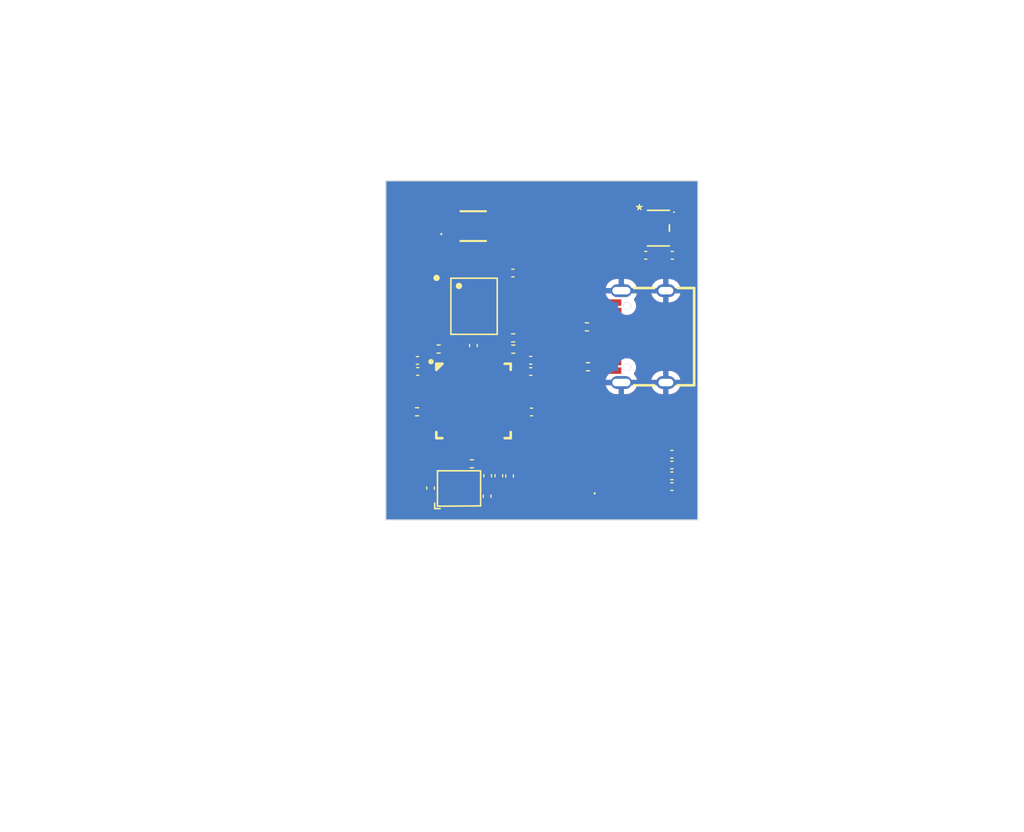
<source format=kicad_pcb>
(kicad_pcb (version 20241229) (generator "pcbnew") (generator_version "9.0")
  (layers (0 "F.Cu" signal) (4 "In1.Cu" mixed) (6 "In2.Cu" mixed) (2 "B.Cu" signal) (13 "F.Paste" user) (15 "B.Paste" user) (5 "F.SilkS" user "F.Silkscreen") (7 "B.SilkS" user "B.Silkscreen") (1 "F.Mask" user) (3 "B.Mask" user) (25 "Edge.Cuts" user))
  (net 0 "")
  (net 1 "dp")
  (net 2 "dm")
  (net 3 "usb_connector-vcc")
  (net 4 "usb_connector-gnd-1")
  (net 5 "sub1")
  (net 6 "cc1")
  (net 7 "sub2")
  (net 8 "cc2")
  (net 9 "power_supply-vcc")
  (net 10 "power_supply.regulator-io")
  (net 11 "nc")
  (net 12 "sda")
  (net 13 "scl")
  (net 14 "sensor.sensor-vcc")
  (net 15 "sensor.sensor-gnd")
  (net 16 "sensor.sensor-vcc-1")
  (net 17 "sensor.sensor-io")
  (net 18 "nc_1")
  (net 19 "pgnd")
  (net 20 "nc_2")
  (net 21 "nc_3")
  (net 22 "nc_4")
  (net 23 "nc_5")
  (net 24 "nc_6")
  (net 25 "mosi")
  (net 26 "miso")
  (net 27 "microcontroller.rp2040-sck")
  (net 28 "microcontroller.rp2040-cs")
  (net 29 "microcontroller.rp2040-cs-1")
  (net 30 "microcontroller.rp2040-sck-1")
  (net 31 "io0")
  (net 32 "io1")
  (net 33 "io2")
  (net 34 "io3")
  (net 35 "tx")
  (net 36 "rx")
  (net 37 "microcontroller.rp2040.micro-vcc")
  (net 38 "xin")
  (net 39 "xout")
  (net 40 "swclk")
  (net 41 "swdio")
  (net 42 "run")
  (net 43 "usb_dm")
  (net 44 "usb_dp")
  (net 45 "gpio0")
  (net 46 "gpio1")
  (net 47 "gpio2")
  (net 48 "gpio3")
  (net 49 "gpio6")
  (net 50 "gpio7")
  (net 51 "gpio12")
  (net 52 "gpio13")
  (net 53 "gpio14")
  (net 54 "gpio15")
  (net 55 "gpio16")
  (net 56 "gpio17")
  (net 57 "gpio18")
  (net 58 "gpio19")
  (net 59 "gpio22")
  (net 60 "gpio23")
  (net 61 "gpio24")
  (net 62 "gpio25")
  (net 63 "gpio26_a0")
  (net 64 "gpio27_a1")
  (net 65 "gpio28_a2")
  (net 66 "gpio29_a3")
  (net 67 "out")
  (footprint "lib:C0402" (layer "F.Cu") (at 152.036787 113.3164)
    (property "Reference" "C6" (hide yes))
    (property "Value" "16V 100nF X7R ±10% 0402 Multilayer Ceramic Capacitors MLCC - SMD/SMT ROHS")
    (fp_line (start -0.107836 -0.36) (end 0.107836 -0.36) (stroke (width 0.12)) (layer "F.SilkS"))
    (fp_line (start -0.107836 0.36) (end 0.107836 0.36) (stroke (width 0.12)) (layer "F.SilkS"))
    (pad "1" smd roundrect (at -0.48 0) (size 0.56 0.62) (layers "F.Cu" "F.Mask" "F.Paste") (net 16 "sensor.sensor-vcc-1"))
    (pad "2" smd roundrect (at 0.48 0) (size 0.56 0.62) (layers "F.Cu" "F.Mask" "F.Paste") (net 15 "sensor.sensor-gnd"))
  )
  (footprint "lib:C0402" (layer "F.Cu") (at 128.094827 104.489951 180)
    (property "Reference" "C11" (hide yes))
    (property "Value" "16V 100nF X7R ±10% 0402 Multilayer Ceramic Capacitors MLCC - SMD/SMT ROHS")
    (fp_line (start -0.107836 0.36) (end 0.107836 0.36) (stroke (width 0.12)) (layer "F.SilkS"))
    (fp_line (start -0.107836 -0.36) (end 0.107836 -0.36) (stroke (width 0.12)) (layer "F.SilkS"))
    (pad "1" smd roundrect (at -0.48 0 180) (size 0.56 0.62) (layers "F.Cu" "F.Mask" "F.Paste") (net 9 "power_supply-vcc"))
    (pad "2" smd roundrect (at 0.48 0 180) (size 0.56 0.62) (layers "F.Cu" "F.Mask" "F.Paste") (net 4 "usb_connector-gnd-1"))
  )
  (footprint "lib:LQFN-56_L7.0-W7.0-P0.4-EP" (layer "F.Cu") (at 133.372673 108.303928)
    (property "Reference" "U4" (hide yes))
    (property "Value" "?")
    (fp_line (start -3.5 -3.5) (end -2.93 -3.5) (stroke (width 0.25)) (layer "F.SilkS"))
    (fp_line (start -3.5 -2.93) (end -3.5 -3.5) (stroke (width 0.25)) (layer "F.SilkS"))
    (fp_line (start -3.5 -2.93) (end -2.93 -3.5) (stroke (width 0.25)) (layer "F.SilkS"))
    (fp_line (start -3.5 3.5) (end -3.5 2.93) (stroke (width 0.25)) (layer "F.SilkS"))
    (fp_line (start -3.4 3.5) (end -3.5 3.5) (stroke (width 0.25)) (layer "F.SilkS"))
    (fp_line (start -3.24 -3.5) (end -3.24 -3.4) (stroke (width 0.25)) (layer "F.SilkS"))
    (fp_line (start -3.24 -3.4) (end -3.5 -3.14) (stroke (width 0.25)) (layer "F.SilkS"))
    (fp_line (start -2.93 3.5) (end -3.4 3.5) (stroke (width 0.25)) (layer "F.SilkS"))
    (fp_line (start 2.93 -3.5) (end 3.5 -3.5) (stroke (width 0.25)) (layer "F.SilkS"))
    (fp_line (start 3.5 -3.5) (end 3.5 -2.93) (stroke (width 0.25)) (layer "F.SilkS"))
    (fp_line (start 3.5 2.93) (end 3.5 3.5) (stroke (width 0.25)) (layer "F.SilkS"))
    (fp_line (start 3.5 3.5) (end 2.93 3.5) (stroke (width 0.25)) (layer "F.SilkS"))
    (fp_circle (center -4 -3.7) (end -3.87 -3.7) (stroke (width 0.25)) (fill no) (layer "F.SilkS"))
    (pad "1" smd rect (at -3.55 -2.6) (size 1.1 0.2) (layers "F.Cu" "F.Mask" "F.Paste") (net 9 "power_supply-vcc"))
    (pad "2" smd rect (at -3.55 -2.2) (size 1.1 0.2) (layers "F.Cu" "F.Mask" "F.Paste") (net 45 "gpio0"))
    (pad "3" smd rect (at -3.55 -1.8) (size 1.1 0.2) (layers "F.Cu" "F.Mask" "F.Paste") (net 46 "gpio1"))
    (pad "4" smd rect (at -3.55 -1.4) (size 1.1 0.2) (layers "F.Cu" "F.Mask" "F.Paste") (net 47 "gpio2"))
    (pad "5" smd rect (at -3.55 -1) (size 1.1 0.2) (layers "F.Cu" "F.Mask" "F.Paste") (net 48 "gpio3"))
    (pad "6" smd rect (at -3.55 -0.6) (size 1.1 0.2) (layers "F.Cu" "F.Mask" "F.Paste") (net 35 "tx"))
    (pad "7" smd rect (at -3.55 -0.2) (size 1.1 0.2) (layers "F.Cu" "F.Mask" "F.Paste") (net 36 "rx"))
    (pad "8" smd rect (at -3.55 0.2) (size 1.1 0.2) (layers "F.Cu" "F.Mask" "F.Paste") (net 49 "gpio6"))
    (pad "9" smd rect (at -3.55 0.6) (size 1.1 0.2) (layers "F.Cu" "F.Mask" "F.Paste") (net 50 "gpio7"))
    (pad "10" smd rect (at -3.55 1) (size 1.1 0.2) (layers "F.Cu" "F.Mask" "F.Paste") (net 9 "power_supply-vcc"))
    (pad "11" smd rect (at -3.55 1.4) (size 1.1 0.2) (layers "F.Cu" "F.Mask" "F.Paste") (net 26 "miso"))
    (pad "12" smd rect (at -3.55 1.8) (size 1.1 0.2) (layers "F.Cu" "F.Mask" "F.Paste") (net 28 "microcontroller.rp2040-cs"))
    (pad "13" smd rect (at -3.55 2.2) (size 1.1 0.2) (layers "F.Cu" "F.Mask" "F.Paste") (net 27 "microcontroller.rp2040-sck"))
    (pad "14" smd rect (at -3.55 2.6) (size 1.1 0.2) (layers "F.Cu" "F.Mask" "F.Paste") (net 25 "mosi"))
    (pad "15" smd rect (at -2.6 3.55 90) (size 1.1 0.2) (layers "F.Cu" "F.Mask" "F.Paste") (net 51 "gpio12"))
    (pad "16" smd rect (at -2.2 3.55 90) (size 1.1 0.2) (layers "F.Cu" "F.Mask" "F.Paste") (net 52 "gpio13"))
    (pad "17" smd rect (at -1.8 3.55 90) (size 1.1 0.2) (layers "F.Cu" "F.Mask" "F.Paste") (net 53 "gpio14"))
    (pad "18" smd rect (at -1.4 3.55 90) (size 1.1 0.2) (layers "F.Cu" "F.Mask" "F.Paste") (net 54 "gpio15"))
    (pad "19" smd rect (at -1 3.55 90) (size 1.1 0.2) (layers "F.Cu" "F.Mask" "F.Paste") (net 4 "usb_connector-gnd-1"))
    (pad "20" smd rect (at -0.6 3.55 90) (size 1.1 0.2) (layers "F.Cu" "F.Mask" "F.Paste") (net 38 "xin"))
    (pad "21" smd rect (at -0.2 3.55 90) (size 1.1 0.2) (layers "F.Cu" "F.Mask" "F.Paste") (net 39 "xout"))
    (pad "22" smd rect (at 0.2 3.55 90) (size 1.1 0.2) (layers "F.Cu" "F.Mask" "F.Paste") (net 9 "power_supply-vcc"))
    (pad "23" smd rect (at 0.6 3.55 90) (size 1.1 0.2) (layers "F.Cu" "F.Mask" "F.Paste") (net 37 "microcontroller.rp2040.micro-vcc"))
    (pad "24" smd rect (at 1 3.55 90) (size 1.1 0.2) (layers "F.Cu" "F.Mask" "F.Paste") (net 40 "swclk"))
    (pad "25" smd rect (at 1.4 3.55 90) (size 1.1 0.2) (layers "F.Cu" "F.Mask" "F.Paste") (net 41 "swdio"))
    (pad "26" smd rect (at 1.8 3.55 90) (size 1.1 0.2) (layers "F.Cu" "F.Mask" "F.Paste") (net 42 "run"))
    (pad "27" smd rect (at 2.2 3.55 90) (size 1.1 0.2) (layers "F.Cu" "F.Mask" "F.Paste") (net 55 "gpio16"))
    (pad "28" smd rect (at 2.6 3.55 90) (size 1.1 0.2) (layers "F.Cu" "F.Mask" "F.Paste") (net 56 "gpio17"))
    (pad "29" smd rect (at 3.55 2.6 180) (size 1.1 0.2) (layers "F.Cu" "F.Mask" "F.Paste") (net 57 "gpio18"))
    (pad "30" smd rect (at 3.55 2.2 180) (size 1.1 0.2) (layers "F.Cu" "F.Mask" "F.Paste") (net 58 "gpio19"))
    (pad "31" smd rect (at 3.55 1.8 180) (size 1.1 0.2) (layers "F.Cu" "F.Mask" "F.Paste") (net 12 "sda"))
    (pad "32" smd rect (at 3.55 1.4 180) (size 1.1 0.2) (layers "F.Cu" "F.Mask" "F.Paste") (net 13 "scl"))
    (pad "33" smd rect (at 3.55 1 180) (size 1.1 0.2) (layers "F.Cu" "F.Mask" "F.Paste") (net 9 "power_supply-vcc"))
    (pad "34" smd rect (at 3.55 0.6 180) (size 1.1 0.2) (layers "F.Cu" "F.Mask" "F.Paste") (net 59 "gpio22"))
    (pad "35" smd rect (at 3.55 0.2 180) (size 1.1 0.2) (layers "F.Cu" "F.Mask" "F.Paste") (net 60 "gpio23"))
    (pad "36" smd rect (at 3.55 -0.2 180) (size 1.1 0.2) (layers "F.Cu" "F.Mask" "F.Paste") (net 61 "gpio24"))
    (pad "37" smd rect (at 3.55 -0.6 180) (size 1.1 0.2) (layers "F.Cu" "F.Mask" "F.Paste") (net 62 "gpio25"))
    (pad "38" smd rect (at 3.55 -1 180) (size 1.1 0.2) (layers "F.Cu" "F.Mask" "F.Paste") (net 63 "gpio26_a0"))
    (pad "39" smd rect (at 3.55 -1.4 180) (size 1.1 0.2) (layers "F.Cu" "F.Mask" "F.Paste") (net 64 "gpio27_a1"))
    (pad "40" smd rect (at 3.55 -1.8 180) (size 1.1 0.2) (layers "F.Cu" "F.Mask" "F.Paste") (net 65 "gpio28_a2"))
    (pad "41" smd rect (at 3.55 -2.2 180) (size 1.1 0.2) (layers "F.Cu" "F.Mask" "F.Paste") (net 66 "gpio29_a3"))
    (pad "42" smd rect (at 3.55 -2.6 180) (size 1.1 0.2) (layers "F.Cu" "F.Mask" "F.Paste") (net 9 "power_supply-vcc"))
    (pad "43" smd rect (at 2.6 -3.55 270) (size 1.1 0.2) (layers "F.Cu" "F.Mask" "F.Paste") (net 9 "power_supply-vcc"))
    (pad "44" smd rect (at 2.2 -3.55 270) (size 1.1 0.2) (layers "F.Cu" "F.Mask" "F.Paste") (net 9 "power_supply-vcc"))
    (pad "45" smd rect (at 1.8 -3.55 270) (size 1.1 0.2) (layers "F.Cu" "F.Mask" "F.Paste") (net 37 "microcontroller.rp2040.micro-vcc"))
    (pad "46" smd rect (at 1.4 -3.55 270) (size 1.1 0.2) (layers "F.Cu" "F.Mask" "F.Paste") (net 43 "usb_dm"))
    (pad "47" smd rect (at 1 -3.55 270) (size 1.1 0.2) (layers "F.Cu" "F.Mask" "F.Paste") (net 44 "usb_dp"))
    (pad "48" smd rect (at 0.6 -3.55 270) (size 1.1 0.2) (layers "F.Cu" "F.Mask" "F.Paste") (net 9 "power_supply-vcc"))
    (pad "49" smd rect (at 0.2 -3.55 270) (size 1.1 0.2) (layers "F.Cu" "F.Mask" "F.Paste") (net 9 "power_supply-vcc"))
    (pad "50" smd rect (at -0.2 -3.55 270) (size 1.1 0.2) (layers "F.Cu" "F.Mask" "F.Paste") (net 37 "microcontroller.rp2040.micro-vcc"))
    (pad "51" smd rect (at -0.6 -3.55 270) (size 1.1 0.2) (layers "F.Cu" "F.Mask" "F.Paste") (net 34 "io3"))
    (pad "52" smd rect (at -1 -3.55 270) (size 1.1 0.2) (layers "F.Cu" "F.Mask" "F.Paste") (net 30 "microcontroller.rp2040-sck-1"))
    (pad "53" smd rect (at -1.4 -3.55 270) (size 1.1 0.2) (layers "F.Cu" "F.Mask" "F.Paste") (net 31 "io0"))
    (pad "54" smd rect (at -1.8 -3.55 270) (size 1.1 0.2) (layers "F.Cu" "F.Mask" "F.Paste") (net 33 "io2"))
    (pad "55" smd rect (at -2.2 -3.55 270) (size 1.1 0.2) (layers "F.Cu" "F.Mask" "F.Paste") (net 32 "io1"))
    (pad "56" smd rect (at -2.6 -3.55 270) (size 1.1 0.2) (layers "F.Cu" "F.Mask" "F.Paste") (net 29 "microcontroller.rp2040-cs-1"))
    (pad "57" smd rect (at 0 0) (size 3.1 3.1) (layers "F.Cu" "F.Mask" "F.Paste") (net 4 "usb_connector-gnd-1"))
  )
  (footprint "lib:C0402" (layer "F.Cu") (at 152.036787 116.3644)
    (property "Reference" "C3" (hide yes))
    (property "Value" "6.3V 10uF X5R ±20% 0402 Multilayer Ceramic Capacitors MLCC - SMD/SMT ROHS")
    (fp_line (start -0.107836 -0.36) (end 0.107836 -0.36) (stroke (width 0.12)) (layer "F.SilkS"))
    (fp_line (start -0.107836 0.36) (end 0.107836 0.36) (stroke (width 0.12)) (layer "F.SilkS"))
    (pad "1" smd roundrect (at -0.48 0) (size 0.56 0.62) (layers "F.Cu" "F.Mask" "F.Paste") (net 14 "sensor.sensor-vcc"))
    (pad "2" smd roundrect (at 0.48 0) (size 0.56 0.62) (layers "F.Cu" "F.Mask" "F.Paste") (net 15 "sensor.sensor-gnd"))
  )
  (footprint "lib:C0402" (layer "F.Cu") (at 129.328651 116.502258 90)
    (property "Reference" "C7" (hide yes))
    (property "Value" "50V 22pF C0G ±5% 0402 Multilayer Ceramic Capacitors MLCC - SMD/SMT ROHS")
    (fp_line (start -0.107836 -0.36) (end 0.107836 -0.36) (stroke (width 0.12)) (layer "F.SilkS"))
    (fp_line (start -0.107836 0.36) (end 0.107836 0.36) (stroke (width 0.12)) (layer "F.SilkS"))
    (pad "1" smd roundrect (at -0.48 0 90) (size 0.56 0.62) (layers "F.Cu" "F.Mask" "F.Paste") (net 38 "xin"))
    (pad "2" smd roundrect (at 0.48 0 90) (size 0.56 0.62) (layers "F.Cu" "F.Mask" "F.Paste") (net 4 "usb_connector-gnd-1"))
  )
  (footprint "lib:SOIC-8_L5.3-W5.3-P1.27-LS8.0-BL" (layer "F.Cu") (at 133.422987 99.395 -90)
    (property "Reference" "U7" (hide yes))
    (property "Value" "?")
    (fp_line (start -2.64 2.18) (end -2.64 -2.18) (stroke (width 0.15)) (layer "F.SilkS"))
    (fp_line (start 2.64 2.18) (end -2.64 2.18) (stroke (width 0.15)) (layer "F.SilkS"))
    (fp_line (start -2.64 -2.18) (end 2.64 -2.18) (stroke (width 0.15)) (layer "F.SilkS"))
    (fp_line (start 2.64 -2.18) (end 2.64 2.18) (stroke (width 0.15)) (layer "F.SilkS"))
    (fp_circle (center -2.67 3.53) (end -2.52 3.53) (stroke (width 0.3)) (fill no) (layer "F.SilkS"))
    (fp_circle (center -1.91 1.42) (end -1.76 1.42) (stroke (width 0.3)) (fill no) (layer "F.SilkS"))
    (pad "1" smd oval (at -1.91 3.53 270) (size 0.63 2.25) (layers "F.Cu" "F.Mask" "F.Paste") (net 29 "microcontroller.rp2040-cs-1"))
    (pad "2" smd oval (at -0.63 3.53 270) (size 0.63 2.25) (layers "F.Cu" "F.Mask" "F.Paste") (net 32 "io1"))
    (pad "3" smd oval (at 0.63 3.53 270) (size 0.63 2.25) (layers "F.Cu" "F.Mask" "F.Paste") (net 33 "io2"))
    (pad "4" smd oval (at 1.9 3.53 270) (size 0.63 2.25) (layers "F.Cu" "F.Mask" "F.Paste") (net 4 "usb_connector-gnd-1"))
    (pad "5" smd oval (at 1.9 -3.53 270) (size 0.63 2.25) (layers "F.Cu" "F.Mask" "F.Paste") (net 31 "io0"))
    (pad "6" smd oval (at 0.63 -3.53 270) (size 0.63 2.25) (layers "F.Cu" "F.Mask" "F.Paste") (net 30 "microcontroller.rp2040-sck-1"))
    (pad "7" smd oval (at -0.63 -3.53 270) (size 0.63 2.25) (layers "F.Cu" "F.Mask" "F.Paste") (net 34 "io3"))
    (pad "8" smd oval (at -1.91 -3.53 270) (size 0.63 2.25) (layers "F.Cu" "F.Mask" "F.Paste") (net 9 "power_supply-vcc"))
  )
  (footprint "lib:R0402" (layer "F.Cu") (at 128.065642 109.323056 180)
    (property "Reference" "R3" (hide yes))
    (property "Value" "62.5mW Thick Film Resistors 50V ±100ppm/℃ ±1% 10kΩ 0402 Chip Resistor - Surface Mount ROHS")
    (fp_line (start -0.153641 0.38) (end 0.153641 0.38) (stroke (width 0.12)) (layer "F.SilkS"))
    (fp_line (start -0.153641 -0.38) (end 0.153641 -0.38) (stroke (width 0.12)) (layer "F.SilkS"))
    (pad "1" smd roundrect (at -0.51 0 180) (size 0.54 0.64) (layers "F.Cu" "F.Mask" "F.Paste") (net 9 "power_supply-vcc"))
    (pad "2" smd roundrect (at 0.51 0 180) (size 0.54 0.64) (layers "F.Cu" "F.Mask" "F.Paste") (net 42 "run"))
  )
  (footprint "lib:C0402" (layer "F.Cu") (at 134.652772 117.272187 -90)
    (property "Reference" "C8" (hide yes))
    (property "Value" "50V 22pF C0G ±5% 0402 Multilayer Ceramic Capacitors MLCC - SMD/SMT ROHS")
    (fp_line (start -0.107836 0.36) (end 0.107836 0.36) (stroke (width 0.12)) (layer "F.SilkS"))
    (fp_line (start -0.107836 -0.36) (end 0.107836 -0.36) (stroke (width 0.12)) (layer "F.SilkS"))
    (pad "1" smd roundrect (at -0.48 0 270) (size 0.56 0.62) (layers "F.Cu" "F.Mask" "F.Paste") (net 67 "out"))
    (pad "2" smd roundrect (at 0.48 0 270) (size 0.56 0.62) (layers "F.Cu" "F.Mask" "F.Paste") (net 4 "usb_connector-gnd-1"))
  )
  (footprint "lib:KMR211NGLFS" (layer "F.Cu") (at 133.345173 91.853928 180)
    (property "Reference" "U5" (hide yes))
    (property "Value" "KMR211NGLFS (Tactile Switches)" (hide yes))
    (fp_line (start 3 -0.7) (end 3 -0.7) (stroke (width 0.1)) (layer "F.SilkS"))
    (fp_line (start 3 -0.8) (end 3 -0.8) (stroke (width 0.1)) (layer "F.SilkS"))
    (fp_line (start -1.2 1.4) (end 1.2 1.4) (stroke (width 0.2)) (layer "F.SilkS"))
    (fp_line (start -1.2 -1.4) (end 1.2 -1.4) (stroke (width 0.2)) (layer "F.SilkS"))
    (fp_arc (start 3 -0.7) (mid 2.95 -0.75) (end 3 -0.8) (stroke (width 0.1)) (layer "F.SilkS"))
    (fp_arc (start 3 -0.8) (mid 3.05 -0.75) (end 3 -0.7) (stroke (width 0.1)) (layer "F.SilkS"))
    (pad "1" smd rect (at 2.05 -0.8 180) (size 0.9 1) (layers "F.Cu" "F.Mask" "F.Paste") (net 4 "usb_connector-gnd-1"))
    (pad "2" smd rect (at 2.05 0.8 180) (size 0.9 1) (layers "F.Cu" "F.Mask" "F.Paste") (net 29 "microcontroller.rp2040-cs-1"))
    (pad "3" smd rect (at -2.05 0.8 180) (size 0.9 1) (layers "F.Cu" "F.Mask" "F.Paste") (net 29 "microcontroller.rp2040-cs-1"))
    (pad "4" smd rect (at -2.05 -0.8 180) (size 0.9 1) (layers "F.Cu" "F.Mask" "F.Paste") (net 4 "usb_connector-gnd-1"))
  )
  (footprint "lib:R0402" (layer "F.Cu") (at 130.087277 103.418139)
    (property "Reference" "R4" (hide yes))
    (property "Value" "62.5mW Thick Film Resistors 50V ±100ppm/℃ ±1% 10kΩ 0402 Chip Resistor - Surface Mount ROHS")
    (fp_line (start -0.153641 -0.38) (end 0.153641 -0.38) (stroke (width 0.12)) (layer "F.SilkS"))
    (fp_line (start -0.153641 0.38) (end 0.153641 0.38) (stroke (width 0.12)) (layer "F.SilkS"))
    (pad "1" smd roundrect (at -0.51 0) (size 0.54 0.64) (layers "F.Cu" "F.Mask" "F.Paste") (net 9 "power_supply-vcc"))
    (pad "2" smd roundrect (at 0.51 0) (size 0.54 0.64) (layers "F.Cu" "F.Mask" "F.Paste") (net 29 "microcontroller.rp2040-cs-1"))
  )
  (footprint "lib:C0402" (layer "F.Cu") (at 152.036787 115.3484)
    (property "Reference" "C4" (hide yes))
    (property "Value" "16V 100nF X7R ±10% 0402 Multilayer Ceramic Capacitors MLCC - SMD/SMT ROHS")
    (fp_line (start -0.107836 -0.36) (end 0.107836 -0.36) (stroke (width 0.12)) (layer "F.SilkS"))
    (fp_line (start -0.107836 0.36) (end 0.107836 0.36) (stroke (width 0.12)) (layer "F.SilkS"))
    (pad "1" smd roundrect (at -0.48 0) (size 0.56 0.62) (layers "F.Cu" "F.Mask" "F.Paste") (net 14 "sensor.sensor-vcc"))
    (pad "2" smd roundrect (at 0.48 0) (size 0.56 0.62) (layers "F.Cu" "F.Mask" "F.Paste") (net 15 "sensor.sensor-gnd"))
  )
  (footprint "lib:C0402" (layer "F.Cu") (at 128.122863 105.528677 180)
    (property "Reference" "C12" (hide yes))
    (property "Value" "16V 100nF X7R ±10% 0402 Multilayer Ceramic Capacitors MLCC - SMD/SMT ROHS")
    (fp_line (start -0.107836 0.36) (end 0.107836 0.36) (stroke (width 0.12)) (layer "F.SilkS"))
    (fp_line (start -0.107836 -0.36) (end 0.107836 -0.36) (stroke (width 0.12)) (layer "F.SilkS"))
    (pad "1" smd roundrect (at -0.48 0 180) (size 0.56 0.62) (layers "F.Cu" "F.Mask" "F.Paste") (net 9 "power_supply-vcc"))
    (pad "2" smd roundrect (at 0.48 0 180) (size 0.56 0.62) (layers "F.Cu" "F.Mask" "F.Paste") (net 4 "usb_connector-gnd-1"))
  )
  (footprint "lib:C0402" (layer "F.Cu") (at 138.754902 104.478411)
    (property "Reference" "C16" (hide yes))
    (property "Value" "16V 100nF X7R ±10% 0402 Multilayer Ceramic Capacitors MLCC - SMD/SMT ROHS")
    (fp_line (start -0.107836 -0.36) (end 0.107836 -0.36) (stroke (width 0.12)) (layer "F.SilkS"))
    (fp_line (start -0.107836 0.36) (end 0.107836 0.36) (stroke (width 0.12)) (layer "F.SilkS"))
    (pad "1" smd roundrect (at -0.48 0) (size 0.56 0.62) (layers "F.Cu" "F.Mask" "F.Paste") (net 37 "microcontroller.rp2040.micro-vcc"))
    (pad "2" smd roundrect (at 0.48 0) (size 0.56 0.62) (layers "F.Cu" "F.Mask" "F.Paste") (net 4 "usb_connector-gnd-1"))
  )
  (footprint "lib:MAX30102EFDT" (layer "F.Cu") (at 147.172987 114.745 90)
    (property "Reference" "U3" (hide yes))
    (property "Value" "?" (hide yes))
    (fp_line (start -2.2 -2.4) (end -2.2 -2.4) (stroke (width 0.1)) (layer "F.SilkS"))
    (fp_line (start -2.3 -2.4) (end -2.3 -2.4) (stroke (width 0.1)) (layer "F.SilkS"))
    (fp_arc (start -2.2 -2.4) (mid -2.25 -2.35) (end -2.3 -2.4) (stroke (width 0.1)) (layer "F.SilkS"))
    (fp_arc (start -2.3 -2.4) (mid -2.25 -2.45) (end -2.2 -2.4) (stroke (width 0.1)) (layer "F.SilkS"))
    (pad "1" smd rect (at -1.2 -2.4 180) (size 0.35 0.75) (layers "F.Cu" "F.Mask" "F.Paste") (net 18 "nc_1"))
    (pad "2" smd rect (at -1.2 -1.6 180) (size 0.35 0.75) (layers "F.Cu" "F.Mask" "F.Paste") (net 13 "scl"))
    (pad "3" smd rect (at -1.2 -0.8 180) (size 0.35 0.75) (layers "F.Cu" "F.Mask" "F.Paste") (net 12 "sda"))
    (pad "4" smd rect (at -1.2 0 180) (size 0.35 0.75) (layers "F.Cu" "F.Mask" "F.Paste") (net 19 "pgnd"))
    (pad "5" smd rect (at -1.2 0.8 180) (size 0.35 0.75) (layers "F.Cu" "F.Mask" "F.Paste") (net 20 "nc_2"))
    (pad "6" smd rect (at -1.2 1.6 180) (size 0.35 0.75) (layers "F.Cu" "F.Mask" "F.Paste") (net 21 "nc_3"))
    (pad "7" smd rect (at -1.2 2.4 180) (size 0.35 0.75) (layers "F.Cu" "F.Mask" "F.Paste") (net 22 "nc_4"))
    (pad "8" smd rect (at 1.2 2.4 180) (size 0.35 0.75) (layers "F.Cu" "F.Mask" "F.Paste") (net 23 "nc_5"))
    (pad "9" smd rect (at 1.2 1.6 180) (size 0.35 0.75) (layers "F.Cu" "F.Mask" "F.Paste") (net 16 "sensor.sensor-vcc-1"))
    (pad "10" smd rect (at 1.2 0.8 180) (size 0.35 0.75) (layers "F.Cu" "F.Mask" "F.Paste") (net 16 "sensor.sensor-vcc-1"))
    (pad "11" smd rect (at 1.2 0 180) (size 0.35 0.75) (layers "F.Cu" "F.Mask" "F.Paste") (net 14 "sensor.sensor-vcc"))
    (pad "12" smd rect (at 1.2 -0.8 180) (size 0.35 0.75) (layers "F.Cu" "F.Mask" "F.Paste") (net 15 "sensor.sensor-gnd"))
    (pad "13" smd rect (at 1.2 -1.6 180) (size 0.35 0.75) (layers "F.Cu" "F.Mask" "F.Paste") (net 17 "sensor.sensor-io"))
    (pad "14" smd rect (at 1.2 -2.4 180) (size 0.35 0.75) (layers "F.Cu" "F.Mask" "F.Paste") (net 24 "nc_6"))
  )
  (footprint "lib:SOT-23-5_RIT" (layer "F.Cu") (at 150.772987 92.045)
    (property "Reference" "U2" (hide yes))
    (property "Value" "?")
    (fp_line (start -1.0287 1.6764) (end 1.0287 1.6764) (stroke (width 0.1524)) (layer "F.SilkS"))
    (fp_line (start 1.0287 -1.6764) (end -1.0287 -1.6764) (stroke (width 0.1524)) (layer "F.SilkS"))
    (fp_line (start 1.0287 0.30196) (end 1.0287 -0.30196) (stroke (width 0.1524)) (layer "F.SilkS"))
    (fp_line (start 1.5 -1.5) (end 1.43 -1.5) (stroke (width 0.127)) (layer "F.SilkS"))
    (fp_text user "*" (at -1.7994 -1.6446 0) (layer "F.SilkS"))
    (pad "1" smd rect (at -1.1938 -0.9395) (size 1.3208 0.6096) (layers "F.Cu" "F.Mask" "F.Paste") (net 3 "usb_connector-vcc"))
    (pad "2" smd rect (at -1.1938 0) (size 1.3208 0.6096) (layers "F.Cu" "F.Mask" "F.Paste") (net 4 "usb_connector-gnd-1"))
    (pad "3" smd rect (at -1.1938 0.9395) (size 1.3208 0.6096) (layers "F.Cu" "F.Mask" "F.Paste") (net 10 "power_supply.regulator-io"))
    (pad "4" smd rect (at 1.1938 0.9395) (size 1.3208 0.6096) (layers "F.Cu" "F.Mask" "F.Paste") (net 11 "nc"))
    (pad "5" smd rect (at 1.1938 -0.9395) (size 1.3208 0.6096) (layers "F.Cu" "F.Mask" "F.Paste") (net 9 "power_supply-vcc"))
  )
  (footprint "lib:C0402" (layer "F.Cu") (at 133.361575 103.093987 90)
    (property "Reference" "C15" (hide yes))
    (property "Value" "16V 100nF X7R ±10% 0402 Multilayer Ceramic Capacitors MLCC - SMD/SMT ROHS")
    (fp_line (start -0.107836 -0.36) (end 0.107836 -0.36) (stroke (width 0.12)) (layer "F.SilkS"))
    (fp_line (start -0.107836 0.36) (end 0.107836 0.36) (stroke (width 0.12)) (layer "F.SilkS"))
    (pad "1" smd roundrect (at -0.48 0 90) (size 0.56 0.62) (layers "F.Cu" "F.Mask" "F.Paste") (net 37 "microcontroller.rp2040.micro-vcc"))
    (pad "2" smd roundrect (at 0.48 0 90) (size 0.56 0.62) (layers "F.Cu" "F.Mask" "F.Paste") (net 4 "usb_connector-gnd-1"))
  )
  (footprint "lib:C0402" (layer "F.Cu") (at 134.705167 115.340046 -90)
    (property "Reference" "C9" (hide yes))
    (property "Value" "16V 100nF X7R ±10% 0402 Multilayer Ceramic Capacitors MLCC - SMD/SMT ROHS")
    (fp_line (start -0.107836 0.36) (end 0.107836 0.36) (stroke (width 0.12)) (layer "F.SilkS"))
    (fp_line (start -0.107836 -0.36) (end 0.107836 -0.36) (stroke (width 0.12)) (layer "F.SilkS"))
    (pad "1" smd roundrect (at -0.48 0 270) (size 0.56 0.62) (layers "F.Cu" "F.Mask" "F.Paste") (net 9 "power_supply-vcc"))
    (pad "2" smd roundrect (at 0.48 0 270) (size 0.56 0.62) (layers "F.Cu" "F.Mask" "F.Paste") (net 4 "usb_connector-gnd-1"))
  )
  (footprint "lib:C0402" (layer "F.Cu") (at 138.754902 105.535151)
    (property "Reference" "C10" (hide yes))
    (property "Value" "16V 100nF X7R ±10% 0402 Multilayer Ceramic Capacitors MLCC - SMD/SMT ROHS")
    (fp_line (start -0.107836 -0.36) (end 0.107836 -0.36) (stroke (width 0.12)) (layer "F.SilkS"))
    (fp_line (start -0.107836 0.36) (end 0.107836 0.36) (stroke (width 0.12)) (layer "F.SilkS"))
    (pad "1" smd roundrect (at -0.48 0) (size 0.56 0.62) (layers "F.Cu" "F.Mask" "F.Paste") (net 9 "power_supply-vcc"))
    (pad "2" smd roundrect (at 0.48 0) (size 0.56 0.62) (layers "F.Cu" "F.Mask" "F.Paste") (net 4 "usb_connector-gnd-1"))
  )
  (footprint "lib:C0402" (layer "F.Cu") (at 152.073587 94.6004 180)
    (property "Reference" "C1" (hide yes))
    (property "Value" "25V 1uF X5R ±10% 0402 Multilayer Ceramic Capacitors MLCC - SMD/SMT ROHS")
    (fp_line (start -0.107836 0.36) (end 0.107836 0.36) (stroke (width 0.12)) (layer "F.SilkS"))
    (fp_line (start -0.107836 -0.36) (end 0.107836 -0.36) (stroke (width 0.12)) (layer "F.SilkS"))
    (pad "1" smd roundrect (at -0.48 0 180) (size 0.56 0.62) (layers "F.Cu" "F.Mask" "F.Paste") (net 3 "usb_connector-vcc"))
    (pad "2" smd roundrect (at 0.48 0 180) (size 0.56 0.62) (layers "F.Cu" "F.Mask" "F.Paste") (net 4 "usb_connector-gnd-1"))
  )
  (footprint "lib:OSC-SMD_4P-L3.2-W2.5-BL" (layer "F.Cu") (at 132.009707 116.525487)
    (property "Reference" "U6" (hide yes))
    (property "Value" "?")
    (fp_line (start -2.29 1.4) (end -2.29 1.91) (stroke (width 0.15)) (layer "F.SilkS"))
    (fp_line (start -2.29 1.91) (end -1.78 1.91) (stroke (width 0.15)) (layer "F.SilkS"))
    (fp_line (start -2.03 -1.65) (end 2.03 -1.65) (stroke (width 0.15)) (layer "F.SilkS"))
    (fp_line (start -2.03 1.68) (end -2.03 -1.65) (stroke (width 0.15)) (layer "F.SilkS"))
    (fp_line (start 2.03 -1.65) (end 2.03 0) (stroke (width 0.15)) (layer "F.SilkS"))
    (fp_line (start 2.03 0) (end 2.03 1.65) (stroke (width 0.15)) (layer "F.SilkS"))
    (fp_line (start 2.03 1.65) (end -2.03 1.68) (stroke (width 0.15)) (layer "F.SilkS"))
    (fp_line (start 2.03 1.65) (end 2.03 1.65) (stroke (width 0.15)) (layer "F.SilkS"))
    (pad "1" smd rect (at -1.1 0.88) (size 1.4 1.2) (layers "F.Cu" "F.Mask" "F.Paste") (net 38 "xin"))
    (pad "2" smd rect (at 1.1 0.88) (size 1.4 1.2) (layers "F.Cu" "F.Mask" "F.Paste") (net 4 "usb_connector-gnd-1"))
    (pad "3" smd rect (at 1.1 -0.88) (size 1.4 1.2) (layers "F.Cu" "F.Mask" "F.Paste") (net 67 "out"))
    (pad "4" smd rect (at -1.1 -0.88) (size 1.4 1.2) (layers "F.Cu" "F.Mask" "F.Paste") (net 4 "usb_connector-gnd-1"))
  )
  (footprint "lib:C0402" (layer "F.Cu") (at 152.036787 114.3324)
    (property "Reference" "C5" (hide yes))
    (property "Value" "10V 4.7uF X5R ±20% 0402 Multilayer Ceramic Capacitors MLCC - SMD/SMT ROHS")
    (fp_line (start -0.107836 -0.36) (end 0.107836 -0.36) (stroke (width 0.12)) (layer "F.SilkS"))
    (fp_line (start -0.107836 0.36) (end 0.107836 0.36) (stroke (width 0.12)) (layer "F.SilkS"))
    (pad "1" smd roundrect (at -0.48 0) (size 0.56 0.62) (layers "F.Cu" "F.Mask" "F.Paste") (net 16 "sensor.sensor-vcc-1"))
    (pad "2" smd roundrect (at 0.48 0) (size 0.56 0.62) (layers "F.Cu" "F.Mask" "F.Paste") (net 15 "sensor.sensor-gnd"))
  )
  (footprint "lib:USB-C-SMD_KH-TYPE-C-16P" (layer "F.Cu") (at 149.05 102.25 90)
    (property "Reference" "U1" (hide yes))
    (property "Value" "?")
    (fp_line (start -4.58 -0.57) (end -4.58 1.32) (stroke (width 0.25)) (layer "F.SilkS"))
    (fp_line (start 4.57 1.32) (end 4.57 -0.57) (stroke (width 0.25)) (layer "F.SilkS"))
    (fp_line (start -4.58 3.51) (end -4.58 5.08) (stroke (width 0.25)) (layer "F.SilkS"))
    (fp_line (start 4.57 5.08) (end 4.57 3.51) (stroke (width 0.25)) (layer "F.SilkS"))
    (fp_line (start -4.58 5.08) (end 4.57 5.08) (stroke (width 0.25)) (layer "F.SilkS"))
    (pad "" thru_hole circle (at -2.89 -1.23 90) (size 0.7 0.7) (drill 0.7) (layers "*.Cu" "*.Mask"))
    (pad "" thru_hole circle (at 2.89 -1.23 90) (size 0.7 0.7) (drill 0.7) (layers "*.Cu" "*.Mask"))
    (pad "1" thru_hole oval (at -4.32 -1.77 90) (size 1.2 2) (drill oval 0.700024 1.699997) (layers "*.Cu" "*.Mask") (net 4 "usb_connector-gnd-1"))
    (pad "2" thru_hole oval (at 4.32 -1.77 90) (size 1.2 2) (drill oval 0.700024 1.699997) (layers "*.Cu" "*.Mask") (net 4 "usb_connector-gnd-1"))
    (pad "3" thru_hole oval (at -4.32 2.42 90) (size 1.2 1.8) (drill oval 0.700024 1.399997) (layers "*.Cu" "*.Mask") (net 4 "usb_connector-gnd-1"))
    (pad "4" thru_hole oval (at 4.32 2.42 90) (size 1.2 1.8) (drill oval 0.700024 1.399997) (layers "*.Cu" "*.Mask") (net 4 "usb_connector-gnd-1"))
    (pad "A1" smd rect (at -3.35 -2.42 90) (size 0.3 1.3) (layers "F.Cu" "F.Mask" "F.Paste") (net 4 "usb_connector-gnd-1"))
    (pad "A4" smd rect (at -2.55 -2.42 90) (size 0.3 1.3) (layers "F.Cu" "F.Mask" "F.Paste") (net 3 "usb_connector-vcc"))
    (pad "A5" smd rect (at -1.25 -2.42 90) (size 0.3 1.3) (layers "F.Cu" "F.Mask" "F.Paste") (net 6 "cc1"))
    (pad "A6" smd rect (at -0.25 -2.42 90) (size 0.3 1.3) (layers "F.Cu" "F.Mask" "F.Paste") (net 1 "dp"))
    (pad "A7" smd rect (at 0.25 -2.42 90) (size 0.3 1.3) (layers "F.Cu" "F.Mask" "F.Paste") (net 2 "dm"))
    (pad "A8" smd rect (at 1.25 -2.42 90) (size 0.3 1.3) (layers "F.Cu" "F.Mask" "F.Paste") (net 5 "sub1"))
    (pad "A9" smd rect (at 2.55 -2.41 90) (size 0.3 1.3) (layers "F.Cu" "F.Mask" "F.Paste") (net 3 "usb_connector-vcc"))
    (pad "A12" smd rect (at 3.35 -2.42 90) (size 0.3 1.3) (layers "F.Cu" "F.Mask" "F.Paste") (net 4 "usb_connector-gnd-1"))
    (pad "B1" smd rect (at 3.05 -2.42 90) (size 0.3 1.3) (layers "F.Cu" "F.Mask" "F.Paste") (net 4 "usb_connector-gnd-1"))
    (pad "B4" smd rect (at 2.25 -2.41 90) (size 0.3 1.3) (layers "F.Cu" "F.Mask" "F.Paste") (net 3 "usb_connector-vcc"))
    (pad "B5" smd rect (at 1.75 -2.42 90) (size 0.3 1.3) (layers "F.Cu" "F.Mask" "F.Paste") (net 8 "cc2"))
    (pad "B6" smd rect (at 0.75 -2.42 90) (size 0.3 1.3) (layers "F.Cu" "F.Mask" "F.Paste") (net 1 "dp"))
    (pad "B7" smd rect (at -0.75 -2.42 90) (size 0.3 1.3) (layers "F.Cu" "F.Mask" "F.Paste") (net 2 "dm"))
    (pad "B8" smd rect (at -1.75 -2.42 90) (size 0.3 1.3) (layers "F.Cu" "F.Mask" "F.Paste") (net 7 "sub2"))
    (pad "B9" smd rect (at -2.25 -2.42 90) (size 0.3 1.3) (layers "F.Cu" "F.Mask" "F.Paste") (net 3 "usb_connector-vcc"))
    (pad "B12" smd rect (at -3.05 -2.42 90) (size 0.3 1.3) (layers "F.Cu" "F.Mask" "F.Paste") (net 4 "usb_connector-gnd-1"))
  )
  (footprint "lib:R0402" (layer "F.Cu") (at 144.132987 105.085 180)
    (property "Reference" "R1" (hide yes))
    (property "Value" "62.5mW Thick Film Resistors 50V ±100ppm/℃ ±1% 4.7kΩ 0402 Chip Resistor - Surface Mount ROHS")
    (fp_line (start -0.153641 0.38) (end 0.153641 0.38) (stroke (width 0.12)) (layer "F.SilkS"))
    (fp_line (start -0.153641 -0.38) (end 0.153641 -0.38) (stroke (width 0.12)) (layer "F.SilkS"))
    (pad "1" smd roundrect (at -0.51 0 180) (size 0.54 0.64) (layers "F.Cu" "F.Mask" "F.Paste") (net 6 "cc1"))
    (pad "2" smd roundrect (at 0.51 0 180) (size 0.54 0.64) (layers "F.Cu" "F.Mask" "F.Paste") (net 4 "usb_connector-gnd-1"))
  )
  (footprint "lib:R0402" (layer "F.Cu") (at 137.115958 103.431559 180)
    (property "Reference" "R7" (hide yes))
    (property "Value" "62.5mW Thick Film Resistors 50V ±100ppm/℃ ±1% 27Ω 0402 Chip Resistor - Surface Mount ROHS")
    (fp_line (start -0.153641 0.38) (end 0.153641 0.38) (stroke (width 0.12)) (layer "F.SilkS"))
    (fp_line (start -0.153641 -0.38) (end 0.153641 -0.38) (stroke (width 0.12)) (layer "F.SilkS"))
    (pad "1" smd roundrect (at -0.51 0 180) (size 0.54 0.64) (layers "F.Cu" "F.Mask" "F.Paste") (net 2 "dm"))
    (pad "2" smd roundrect (at 0.51 0 180) (size 0.54 0.64) (layers "F.Cu" "F.Mask" "F.Paste") (net 43 "usb_dm"))
  )
  (footprint "lib:R0402" (layer "F.Cu") (at 133.211734 114.2173)
    (property "Reference" "R5" (hide yes))
    (property "Value" "62.5mW Thick Film Resistors 50V ±100ppm/℃ ±1% 1kΩ 0402 Chip Resistor - Surface Mount ROHS")
    (fp_line (start -0.153641 -0.38) (end 0.153641 -0.38) (stroke (width 0.12)) (layer "F.SilkS"))
    (fp_line (start -0.153641 0.38) (end 0.153641 0.38) (stroke (width 0.12)) (layer "F.SilkS"))
    (pad "1" smd roundrect (at -0.51 0) (size 0.54 0.64) (layers "F.Cu" "F.Mask" "F.Paste") (net 39 "xout"))
    (pad "2" smd roundrect (at 0.51 0) (size 0.54 0.64) (layers "F.Cu" "F.Mask" "F.Paste") (net 67 "out"))
  )
  (footprint "lib:C0402" (layer "F.Cu") (at 135.752122 115.340046 -90)
    (property "Reference" "C17" (hide yes))
    (property "Value" "16V 100nF X7R ±10% 0402 Multilayer Ceramic Capacitors MLCC - SMD/SMT ROHS")
    (fp_line (start -0.107836 0.36) (end 0.107836 0.36) (stroke (width 0.12)) (layer "F.SilkS"))
    (fp_line (start -0.107836 -0.36) (end 0.107836 -0.36) (stroke (width 0.12)) (layer "F.SilkS"))
    (pad "1" smd roundrect (at -0.48 0 270) (size 0.56 0.62) (layers "F.Cu" "F.Mask" "F.Paste") (net 37 "microcontroller.rp2040.micro-vcc"))
    (pad "2" smd roundrect (at 0.48 0 270) (size 0.56 0.62) (layers "F.Cu" "F.Mask" "F.Paste") (net 4 "usb_connector-gnd-1"))
  )
  (footprint "lib:C0402" (layer "F.Cu") (at 149.573587 94.6004)
    (property "Reference" "C2" (hide yes))
    (property "Value" "25V 1uF X5R ±10% 0402 Multilayer Ceramic Capacitors MLCC - SMD/SMT ROHS")
    (fp_line (start -0.107836 -0.36) (end 0.107836 -0.36) (stroke (width 0.12)) (layer "F.SilkS"))
    (fp_line (start -0.107836 0.36) (end 0.107836 0.36) (stroke (width 0.12)) (layer "F.SilkS"))
    (pad "1" smd roundrect (at -0.48 0) (size 0.56 0.62) (layers "F.Cu" "F.Mask" "F.Paste") (net 9 "power_supply-vcc"))
    (pad "2" smd roundrect (at 0.48 0) (size 0.56 0.62) (layers "F.Cu" "F.Mask" "F.Paste") (net 4 "usb_connector-gnd-1"))
  )
  (footprint "lib:C0402" (layer "F.Cu") (at 138.830509 109.34146)
    (property "Reference" "C13" (hide yes))
    (property "Value" "16V 100nF X7R ±10% 0402 Multilayer Ceramic Capacitors MLCC - SMD/SMT ROHS")
    (fp_line (start -0.107836 -0.36) (end 0.107836 -0.36) (stroke (width 0.12)) (layer "F.SilkS"))
    (fp_line (start -0.107836 0.36) (end 0.107836 0.36) (stroke (width 0.12)) (layer "F.SilkS"))
    (pad "1" smd roundrect (at -0.48 0) (size 0.56 0.62) (layers "F.Cu" "F.Mask" "F.Paste") (net 9 "power_supply-vcc"))
    (pad "2" smd roundrect (at 0.48 0) (size 0.56 0.62) (layers "F.Cu" "F.Mask" "F.Paste") (net 4 "usb_connector-gnd-1"))
  )
  (footprint "lib:R0402" (layer "F.Cu") (at 137.103002 102.369104)
    (property "Reference" "R6" (hide yes))
    (property "Value" "62.5mW Thick Film Resistors 50V ±100ppm/℃ ±1% 27Ω 0402 Chip Resistor - Surface Mount ROHS")
    (fp_line (start -0.153641 -0.38) (end 0.153641 -0.38) (stroke (width 0.12)) (layer "F.SilkS"))
    (fp_line (start -0.153641 0.38) (end 0.153641 0.38) (stroke (width 0.12)) (layer "F.SilkS"))
    (pad "1" smd roundrect (at -0.51 0) (size 0.54 0.64) (layers "F.Cu" "F.Mask" "F.Paste") (net 44 "usb_dp"))
    (pad "2" smd roundrect (at 0.51 0) (size 0.54 0.64) (layers "F.Cu" "F.Mask" "F.Paste") (net 1 "dp"))
  )
  (footprint "lib:C0402" (layer "F.Cu") (at 137.075114 96.27346 180)
    (property "Reference" "C14" (hide yes))
    (property "Value" "25V 1uF X5R ±10% 0402 Multilayer Ceramic Capacitors MLCC - SMD/SMT ROHS")
    (fp_line (start -0.107836 0.36) (end 0.107836 0.36) (stroke (width 0.12)) (layer "F.SilkS"))
    (fp_line (start -0.107836 -0.36) (end 0.107836 -0.36) (stroke (width 0.12)) (layer "F.SilkS"))
    (pad "1" smd roundrect (at -0.48 0 180) (size 0.56 0.62) (layers "F.Cu" "F.Mask" "F.Paste") (net 9 "power_supply-vcc"))
    (pad "2" smd roundrect (at 0.48 0 180) (size 0.56 0.62) (layers "F.Cu" "F.Mask" "F.Paste") (net 4 "usb_connector-gnd-1"))
  )
  (footprint "lib:C0402" (layer "F.Cu") (at 136.766326 115.368481 -90)
    (property "Reference" "C18" (hide yes))
    (property "Value" "25V 1uF X5R ±10% 0402 Multilayer Ceramic Capacitors MLCC - SMD/SMT ROHS")
    (fp_line (start -0.107836 0.36) (end 0.107836 0.36) (stroke (width 0.12)) (layer "F.SilkS"))
    (fp_line (start -0.107836 -0.36) (end 0.107836 -0.36) (stroke (width 0.12)) (layer "F.SilkS"))
    (pad "1" smd roundrect (at -0.48 0 270) (size 0.56 0.62) (layers "F.Cu" "F.Mask" "F.Paste") (net 37 "microcontroller.rp2040.micro-vcc"))
    (pad "2" smd roundrect (at 0.48 0 270) (size 0.56 0.62) (layers "F.Cu" "F.Mask" "F.Paste") (net 4 "usb_connector-gnd-1"))
  )
  (footprint "lib:R0402" (layer "F.Cu") (at 144.042987 101.335 180)
    (property "Reference" "R2" (hide yes))
    (property "Value" "62.5mW Thick Film Resistors 50V ±100ppm/℃ ±1% 4.7kΩ 0402 Chip Resistor - Surface Mount ROHS")
    (fp_line (start -0.153641 0.38) (end 0.153641 0.38) (stroke (width 0.12)) (layer "F.SilkS"))
    (fp_line (start -0.153641 -0.38) (end 0.153641 -0.38) (stroke (width 0.12)) (layer "F.SilkS"))
    (pad "1" smd roundrect (at -0.51 0 180) (size 0.54 0.64) (layers "F.Cu" "F.Mask" "F.Paste") (net 8 "cc2"))
    (pad "2" smd roundrect (at 0.51 0 180) (size 0.54 0.64) (layers "F.Cu" "F.Mask" "F.Paste") (net 4 "usb_connector-gnd-1"))
  )
  (gr_rect (start 125.122987 87.595) (end 154.472987 119.495) (stroke (width 0.1)) (fill no) (layer "Edge.Cuts"))
  (zone (net 4) (net_name "usb_connector-gnd-1") (layer "F.Cu") (name "DIODE_ZONE_signal_F.Cu") (connect_pads (clearance 0.5)) (min_thickness 0.25) (fill yes (thermal_gap 0.5) (thermal_bridge_width 0.5))
    (polygon (pts (xy 89.198605 70.581127) (xy 89.198605 148.866475) (xy 185.18166 148.866475) (xy 185.18166 70.581127)))
  )
  (zone (net 4) (net_name "usb_connector-gnd-1") (layer "B.Cu") (name "DIODE_ZONE_gnd_B.Cu_usb_connector-gnd-1") (connect_pads (clearance 0.5)) (min_thickness 0.25) (fill yes (thermal_gap 0.5) (thermal_bridge_width 0.5))
    (polygon (pts (xy 89.198605 70.581127) (xy 89.198605 148.866475) (xy 185.18166 148.866475) (xy 185.18166 70.581127)))
  )
)
</source>
